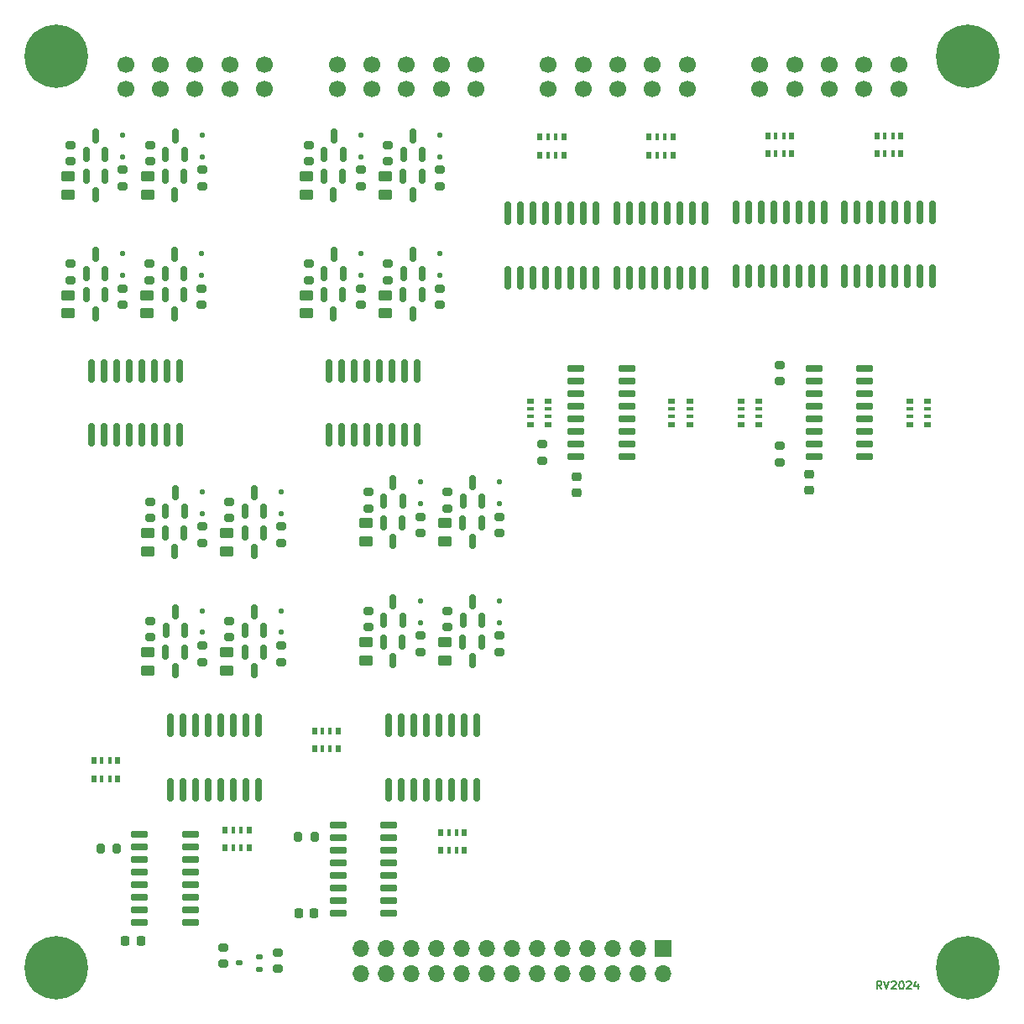
<source format=gts>
G04 #@! TF.GenerationSoftware,KiCad,Pcbnew,8.0.5*
G04 #@! TF.CreationDate,2024-09-25T12:15:56+03:00*
G04 #@! TF.ProjectId,rioctrl-shiftio,72696f63-7472-46c2-9d73-68696674696f,rev?*
G04 #@! TF.SameCoordinates,Original*
G04 #@! TF.FileFunction,Soldermask,Top*
G04 #@! TF.FilePolarity,Negative*
%FSLAX46Y46*%
G04 Gerber Fmt 4.6, Leading zero omitted, Abs format (unit mm)*
G04 Created by KiCad (PCBNEW 8.0.5) date 2024-09-25 12:15:56*
%MOMM*%
%LPD*%
G01*
G04 APERTURE LIST*
G04 Aperture macros list*
%AMRoundRect*
0 Rectangle with rounded corners*
0 $1 Rounding radius*
0 $2 $3 $4 $5 $6 $7 $8 $9 X,Y pos of 4 corners*
0 Add a 4 corners polygon primitive as box body*
4,1,4,$2,$3,$4,$5,$6,$7,$8,$9,$2,$3,0*
0 Add four circle primitives for the rounded corners*
1,1,$1+$1,$2,$3*
1,1,$1+$1,$4,$5*
1,1,$1+$1,$6,$7*
1,1,$1+$1,$8,$9*
0 Add four rect primitives between the rounded corners*
20,1,$1+$1,$2,$3,$4,$5,0*
20,1,$1+$1,$4,$5,$6,$7,0*
20,1,$1+$1,$6,$7,$8,$9,0*
20,1,$1+$1,$8,$9,$2,$3,0*%
G04 Aperture macros list end*
%ADD10C,0.200000*%
%ADD11RoundRect,0.150000X0.150000X-0.587500X0.150000X0.587500X-0.150000X0.587500X-0.150000X-0.587500X0*%
%ADD12RoundRect,0.200000X-0.275000X0.200000X-0.275000X-0.200000X0.275000X-0.200000X0.275000X0.200000X0*%
%ADD13RoundRect,0.150000X-0.150000X0.587500X-0.150000X-0.587500X0.150000X-0.587500X0.150000X0.587500X0*%
%ADD14RoundRect,0.125000X-0.125000X0.125000X-0.125000X-0.125000X0.125000X-0.125000X0.125000X0.125000X0*%
%ADD15RoundRect,0.150000X0.725000X0.150000X-0.725000X0.150000X-0.725000X-0.150000X0.725000X-0.150000X0*%
%ADD16RoundRect,0.200000X0.275000X-0.200000X0.275000X0.200000X-0.275000X0.200000X-0.275000X-0.200000X0*%
%ADD17RoundRect,0.250000X-0.450000X0.262500X-0.450000X-0.262500X0.450000X-0.262500X0.450000X0.262500X0*%
%ADD18R,0.800000X0.500000*%
%ADD19R,0.800000X0.400000*%
%ADD20RoundRect,0.150000X-0.150000X1.050000X-0.150000X-1.050000X0.150000X-1.050000X0.150000X1.050000X0*%
%ADD21RoundRect,0.225000X-0.250000X0.225000X-0.250000X-0.225000X0.250000X-0.225000X0.250000X0.225000X0*%
%ADD22RoundRect,0.225000X0.225000X0.250000X-0.225000X0.250000X-0.225000X-0.250000X0.225000X-0.250000X0*%
%ADD23R,0.500000X0.800000*%
%ADD24R,0.400000X0.800000*%
%ADD25RoundRect,0.150000X0.150000X-1.050000X0.150000X1.050000X-0.150000X1.050000X-0.150000X-1.050000X0*%
%ADD26R,1.700000X1.700000*%
%ADD27O,1.700000X1.700000*%
%ADD28C,1.700000*%
%ADD29C,0.800000*%
%ADD30C,6.400000*%
%ADD31RoundRect,0.200000X-0.200000X-0.275000X0.200000X-0.275000X0.200000X0.275000X-0.200000X0.275000X0*%
%ADD32RoundRect,0.112500X0.237500X-0.112500X0.237500X0.112500X-0.237500X0.112500X-0.237500X-0.112500X0*%
G04 APERTURE END LIST*
D10*
X237279197Y-148141695D02*
X237012530Y-147760742D01*
X236822054Y-148141695D02*
X236822054Y-147341695D01*
X236822054Y-147341695D02*
X237126816Y-147341695D01*
X237126816Y-147341695D02*
X237203006Y-147379790D01*
X237203006Y-147379790D02*
X237241101Y-147417885D01*
X237241101Y-147417885D02*
X237279197Y-147494076D01*
X237279197Y-147494076D02*
X237279197Y-147608361D01*
X237279197Y-147608361D02*
X237241101Y-147684552D01*
X237241101Y-147684552D02*
X237203006Y-147722647D01*
X237203006Y-147722647D02*
X237126816Y-147760742D01*
X237126816Y-147760742D02*
X236822054Y-147760742D01*
X237507768Y-147341695D02*
X237774435Y-148141695D01*
X237774435Y-148141695D02*
X238041101Y-147341695D01*
X238269672Y-147417885D02*
X238307768Y-147379790D01*
X238307768Y-147379790D02*
X238383958Y-147341695D01*
X238383958Y-147341695D02*
X238574434Y-147341695D01*
X238574434Y-147341695D02*
X238650625Y-147379790D01*
X238650625Y-147379790D02*
X238688720Y-147417885D01*
X238688720Y-147417885D02*
X238726815Y-147494076D01*
X238726815Y-147494076D02*
X238726815Y-147570266D01*
X238726815Y-147570266D02*
X238688720Y-147684552D01*
X238688720Y-147684552D02*
X238231577Y-148141695D01*
X238231577Y-148141695D02*
X238726815Y-148141695D01*
X239222054Y-147341695D02*
X239298244Y-147341695D01*
X239298244Y-147341695D02*
X239374435Y-147379790D01*
X239374435Y-147379790D02*
X239412530Y-147417885D01*
X239412530Y-147417885D02*
X239450625Y-147494076D01*
X239450625Y-147494076D02*
X239488720Y-147646457D01*
X239488720Y-147646457D02*
X239488720Y-147836933D01*
X239488720Y-147836933D02*
X239450625Y-147989314D01*
X239450625Y-147989314D02*
X239412530Y-148065504D01*
X239412530Y-148065504D02*
X239374435Y-148103600D01*
X239374435Y-148103600D02*
X239298244Y-148141695D01*
X239298244Y-148141695D02*
X239222054Y-148141695D01*
X239222054Y-148141695D02*
X239145863Y-148103600D01*
X239145863Y-148103600D02*
X239107768Y-148065504D01*
X239107768Y-148065504D02*
X239069673Y-147989314D01*
X239069673Y-147989314D02*
X239031577Y-147836933D01*
X239031577Y-147836933D02*
X239031577Y-147646457D01*
X239031577Y-147646457D02*
X239069673Y-147494076D01*
X239069673Y-147494076D02*
X239107768Y-147417885D01*
X239107768Y-147417885D02*
X239145863Y-147379790D01*
X239145863Y-147379790D02*
X239222054Y-147341695D01*
X239793482Y-147417885D02*
X239831578Y-147379790D01*
X239831578Y-147379790D02*
X239907768Y-147341695D01*
X239907768Y-147341695D02*
X240098244Y-147341695D01*
X240098244Y-147341695D02*
X240174435Y-147379790D01*
X240174435Y-147379790D02*
X240212530Y-147417885D01*
X240212530Y-147417885D02*
X240250625Y-147494076D01*
X240250625Y-147494076D02*
X240250625Y-147570266D01*
X240250625Y-147570266D02*
X240212530Y-147684552D01*
X240212530Y-147684552D02*
X239755387Y-148141695D01*
X239755387Y-148141695D02*
X240250625Y-148141695D01*
X240936340Y-147608361D02*
X240936340Y-148141695D01*
X240745864Y-147303600D02*
X240555387Y-147875028D01*
X240555387Y-147875028D02*
X241050626Y-147875028D01*
D11*
G04 #@! TO.C,Q25*
X181050000Y-63937500D03*
X182950000Y-63937500D03*
X182000000Y-62062500D03*
G04 #@! TD*
D12*
G04 #@! TO.C,R54*
X227000000Y-93350000D03*
X227000000Y-95000000D03*
G04 #@! TD*
D13*
G04 #@! TO.C,Q28*
X196920000Y-113125000D03*
X195020000Y-113125000D03*
X195970000Y-115000000D03*
G04 #@! TD*
D14*
G04 #@! TO.C,D6*
X176720000Y-109962500D03*
X176720000Y-112162500D03*
G04 #@! TD*
D15*
G04 #@! TO.C,U1*
X167575000Y-141445000D03*
X167575000Y-140175000D03*
X167575000Y-138905000D03*
X167575000Y-137635000D03*
X167575000Y-136365000D03*
X167575000Y-135095000D03*
X167575000Y-133825000D03*
X167575000Y-132555000D03*
X162425000Y-132555000D03*
X162425000Y-133825000D03*
X162425000Y-135095000D03*
X162425000Y-136365000D03*
X162425000Y-137635000D03*
X162425000Y-138905000D03*
X162425000Y-140175000D03*
X162425000Y-141445000D03*
G04 #@! TD*
D16*
G04 #@! TO.C,R11*
X155470000Y-76637500D03*
X155470000Y-74987500D03*
G04 #@! TD*
D12*
G04 #@! TO.C,R2*
X170850000Y-143925000D03*
X170850000Y-145575000D03*
G04 #@! TD*
D16*
G04 #@! TO.C,R14*
X163440000Y-76637500D03*
X163440000Y-74987500D03*
G04 #@! TD*
D11*
G04 #@! TO.C,Q5*
X165050000Y-63937500D03*
X166950000Y-63937500D03*
X166000000Y-62062500D03*
G04 #@! TD*
D16*
G04 #@! TO.C,R35*
X179470000Y-76637500D03*
X179470000Y-74987500D03*
G04 #@! TD*
D11*
G04 #@! TO.C,Q31*
X187050000Y-110937500D03*
X188950000Y-110937500D03*
X188000000Y-109062500D03*
G04 #@! TD*
G04 #@! TO.C,Q23*
X181050000Y-75937500D03*
X182950000Y-75937500D03*
X182000000Y-74062500D03*
G04 #@! TD*
D17*
G04 #@! TO.C,R22*
X171220000Y-114150000D03*
X171220000Y-115975000D03*
G04 #@! TD*
D13*
G04 #@! TO.C,Q4*
X166920000Y-66125000D03*
X165020000Y-66125000D03*
X165970000Y-68000000D03*
G04 #@! TD*
D14*
G04 #@! TO.C,D4*
X168690000Y-73962500D03*
X168690000Y-76162500D03*
G04 #@! TD*
D13*
G04 #@! TO.C,Q6*
X158920000Y-78125000D03*
X157020000Y-78125000D03*
X157970000Y-80000000D03*
G04 #@! TD*
D16*
G04 #@! TO.C,R41*
X193470000Y-99637500D03*
X193470000Y-97987500D03*
G04 #@! TD*
D18*
G04 #@! TO.C,RN7*
X217900000Y-91200000D03*
D19*
X217900000Y-90400000D03*
X217900000Y-89600000D03*
D18*
X217900000Y-88800000D03*
X216100000Y-88800000D03*
D19*
X216100000Y-89600000D03*
X216100000Y-90400000D03*
D18*
X216100000Y-91200000D03*
G04 #@! TD*
D14*
G04 #@! TO.C,D15*
X190720000Y-108962500D03*
X190720000Y-111162500D03*
G04 #@! TD*
D15*
G04 #@! TO.C,U8*
X235575000Y-94445000D03*
X235575000Y-93175000D03*
X235575000Y-91905000D03*
X235575000Y-90635000D03*
X235575000Y-89365000D03*
X235575000Y-88095000D03*
X235575000Y-86825000D03*
X235575000Y-85555000D03*
X230425000Y-85555000D03*
X230425000Y-86825000D03*
X230425000Y-88095000D03*
X230425000Y-89365000D03*
X230425000Y-90635000D03*
X230425000Y-91905000D03*
X230425000Y-93175000D03*
X230425000Y-94445000D03*
G04 #@! TD*
D11*
G04 #@! TO.C,Q9*
X165020000Y-75937500D03*
X166920000Y-75937500D03*
X165970000Y-74062500D03*
G04 #@! TD*
D14*
G04 #@! TO.C,D3*
X160720000Y-73962500D03*
X160720000Y-76162500D03*
G04 #@! TD*
D13*
G04 #@! TO.C,Q18*
X190920000Y-66125000D03*
X189020000Y-66125000D03*
X189970000Y-68000000D03*
G04 #@! TD*
D11*
G04 #@! TO.C,Q11*
X165080000Y-111937500D03*
X166980000Y-111937500D03*
X166030000Y-110062500D03*
G04 #@! TD*
D17*
G04 #@! TO.C,R7*
X155220000Y-66150000D03*
X155220000Y-67975000D03*
G04 #@! TD*
D12*
G04 #@! TO.C,R53*
X203000000Y-93175000D03*
X203000000Y-94825000D03*
G04 #@! TD*
D20*
G04 #@! TO.C,U11*
X231445000Y-69750000D03*
X230175000Y-69750000D03*
X228905000Y-69750000D03*
X227635000Y-69750000D03*
X226365000Y-69750000D03*
X225095000Y-69750000D03*
X223825000Y-69750000D03*
X222555000Y-69750000D03*
X222555000Y-76250000D03*
X223825000Y-76250000D03*
X225095000Y-76250000D03*
X226365000Y-76250000D03*
X227635000Y-76250000D03*
X228905000Y-76250000D03*
X230175000Y-76250000D03*
X231445000Y-76250000D03*
G04 #@! TD*
D16*
G04 #@! TO.C,R24*
X168720001Y-103137500D03*
X168720001Y-101487500D03*
G04 #@! TD*
D20*
G04 #@! TO.C,U9*
X208445000Y-69850000D03*
X207175000Y-69850000D03*
X205905000Y-69850000D03*
X204635000Y-69850000D03*
X203365000Y-69850000D03*
X202095000Y-69850000D03*
X200825000Y-69850000D03*
X199555000Y-69850000D03*
X199555000Y-76350000D03*
X200825000Y-76350000D03*
X202095000Y-76350000D03*
X203365000Y-76350000D03*
X204635000Y-76350000D03*
X205905000Y-76350000D03*
X207175000Y-76350000D03*
X208445000Y-76350000D03*
G04 #@! TD*
D21*
G04 #@! TO.C,C4*
X206500000Y-96475000D03*
X206500000Y-98025000D03*
G04 #@! TD*
D22*
G04 #@! TO.C,C2*
X162525000Y-143250000D03*
X160975000Y-143250000D03*
G04 #@! TD*
D16*
G04 #@! TO.C,R47*
X185470000Y-111637500D03*
X185470000Y-109987500D03*
G04 #@! TD*
D14*
G04 #@! TO.C,D1*
X160720000Y-61962500D03*
X160720000Y-64162500D03*
G04 #@! TD*
D23*
G04 #@! TO.C,RN6*
X202800000Y-64000000D03*
D24*
X203600000Y-64000000D03*
X204400000Y-64000000D03*
D23*
X205200000Y-64000000D03*
X205200000Y-62200000D03*
D24*
X204400000Y-62200000D03*
X203600000Y-62200000D03*
D23*
X202800000Y-62200000D03*
G04 #@! TD*
D25*
G04 #@! TO.C,U4*
X165555000Y-128000000D03*
X166825000Y-128000000D03*
X168095000Y-128000000D03*
X169365000Y-128000000D03*
X170635000Y-128000000D03*
X171905000Y-128000000D03*
X173175000Y-128000000D03*
X174445000Y-128000000D03*
X174445000Y-121500000D03*
X173175000Y-121500000D03*
X171905000Y-121500000D03*
X170635000Y-121500000D03*
X169365000Y-121500000D03*
X168095000Y-121500000D03*
X166825000Y-121500000D03*
X165555000Y-121500000D03*
G04 #@! TD*
D23*
G04 #@! TO.C,RN8*
X213800000Y-64000000D03*
D24*
X214600000Y-64000000D03*
X215400000Y-64000000D03*
D23*
X216200000Y-64000000D03*
X216200000Y-62200000D03*
D24*
X215400000Y-62200000D03*
X214600000Y-62200000D03*
D23*
X213800000Y-62200000D03*
G04 #@! TD*
D16*
G04 #@! TO.C,R39*
X184720000Y-67137500D03*
X184720000Y-65487500D03*
G04 #@! TD*
D22*
G04 #@! TO.C,C1*
X180025000Y-140500000D03*
X178475000Y-140500000D03*
G04 #@! TD*
D16*
G04 #@! TO.C,R17*
X163500000Y-112637500D03*
X163500000Y-110987500D03*
G04 #@! TD*
D13*
G04 #@! TO.C,Q22*
X182920000Y-78125000D03*
X181020000Y-78125000D03*
X181970000Y-80000000D03*
G04 #@! TD*
D16*
G04 #@! TO.C,R30*
X192720000Y-67137500D03*
X192720000Y-65487500D03*
G04 #@! TD*
D13*
G04 #@! TO.C,Q12*
X174920000Y-114125000D03*
X173020000Y-114125000D03*
X173970000Y-116000000D03*
G04 #@! TD*
D16*
G04 #@! TO.C,R12*
X160720000Y-79137500D03*
X160720000Y-77487500D03*
G04 #@! TD*
D13*
G04 #@! TO.C,Q10*
X166950000Y-114125000D03*
X165050000Y-114125000D03*
X166000000Y-116000000D03*
G04 #@! TD*
G04 #@! TO.C,Q30*
X188920000Y-113125000D03*
X187020000Y-113125000D03*
X187970000Y-115000000D03*
G04 #@! TD*
D17*
G04 #@! TO.C,R28*
X171220000Y-102150000D03*
X171220000Y-103975000D03*
G04 #@! TD*
D13*
G04 #@! TO.C,Q24*
X182920000Y-66125000D03*
X181020000Y-66125000D03*
X181970000Y-68000000D03*
G04 #@! TD*
D17*
G04 #@! TO.C,R34*
X187220000Y-78150000D03*
X187220000Y-79975000D03*
G04 #@! TD*
D16*
G04 #@! TO.C,R45*
X198720000Y-114137500D03*
X198720000Y-112487500D03*
G04 #@! TD*
D17*
G04 #@! TO.C,R37*
X179220000Y-78150000D03*
X179220000Y-79975000D03*
G04 #@! TD*
D13*
G04 #@! TO.C,Q16*
X174920000Y-102125000D03*
X173020000Y-102125000D03*
X173970000Y-104000000D03*
G04 #@! TD*
D23*
G04 #@! TO.C,RN4*
X192800000Y-134150000D03*
D24*
X193600000Y-134150000D03*
X194400000Y-134150000D03*
D23*
X195200000Y-134150000D03*
X195200000Y-132350000D03*
D24*
X194400000Y-132350000D03*
X193600000Y-132350000D03*
D23*
X192800000Y-132350000D03*
G04 #@! TD*
D16*
G04 #@! TO.C,R33*
X192720000Y-79137500D03*
X192720000Y-77487500D03*
G04 #@! TD*
D14*
G04 #@! TO.C,D9*
X192720000Y-61962500D03*
X192720000Y-64162500D03*
G04 #@! TD*
D15*
G04 #@! TO.C,U2*
X187575000Y-140445000D03*
X187575000Y-139175000D03*
X187575000Y-137905000D03*
X187575000Y-136635000D03*
X187575000Y-135365000D03*
X187575000Y-134095000D03*
X187575000Y-132825000D03*
X187575000Y-131555000D03*
X182425000Y-131555000D03*
X182425000Y-132825000D03*
X182425000Y-134095000D03*
X182425000Y-135365000D03*
X182425000Y-136635000D03*
X182425000Y-137905000D03*
X182425000Y-139175000D03*
X182425000Y-140445000D03*
G04 #@! TD*
D16*
G04 #@! TO.C,R38*
X179470000Y-64637500D03*
X179470000Y-62987500D03*
G04 #@! TD*
D25*
G04 #@! TO.C,U6*
X187555000Y-128000000D03*
X188825000Y-128000000D03*
X190095000Y-128000000D03*
X191365000Y-128000000D03*
X192635000Y-128000000D03*
X193905000Y-128000000D03*
X195175000Y-128000000D03*
X196445000Y-128000000D03*
X196445000Y-121500000D03*
X195175000Y-121500000D03*
X193905000Y-121500000D03*
X192635000Y-121500000D03*
X191365000Y-121500000D03*
X190095000Y-121500000D03*
X188825000Y-121500000D03*
X187555000Y-121500000D03*
G04 #@! TD*
D17*
G04 #@! TO.C,R52*
X185220000Y-101150000D03*
X185220000Y-102975000D03*
G04 #@! TD*
D16*
G04 #@! TO.C,R18*
X168750000Y-115137500D03*
X168750000Y-113487500D03*
G04 #@! TD*
D18*
G04 #@! TO.C,RN9*
X223100000Y-88800000D03*
D19*
X223100000Y-89600000D03*
X223100000Y-90400000D03*
D18*
X223100000Y-91200000D03*
X224900000Y-91200000D03*
D19*
X224900000Y-90400000D03*
X224900000Y-89600000D03*
D18*
X224900000Y-88800000D03*
G04 #@! TD*
D16*
G04 #@! TO.C,R9*
X168720000Y-67137500D03*
X168720000Y-65487500D03*
G04 #@! TD*
D17*
G04 #@! TO.C,R40*
X179220000Y-66150000D03*
X179220000Y-67975000D03*
G04 #@! TD*
D11*
G04 #@! TO.C,Q33*
X187050000Y-98937500D03*
X188950000Y-98937500D03*
X188000000Y-97062500D03*
G04 #@! TD*
D16*
G04 #@! TO.C,R29*
X187470000Y-64637500D03*
X187470000Y-62987500D03*
G04 #@! TD*
D23*
G04 #@! TO.C,RN3*
X180050000Y-123900000D03*
D24*
X180850000Y-123900000D03*
X181650000Y-123900000D03*
D23*
X182450000Y-123900000D03*
X182450000Y-122100000D03*
D24*
X181650000Y-122100000D03*
X180850000Y-122100000D03*
D23*
X180050000Y-122100000D03*
G04 #@! TD*
D11*
G04 #@! TO.C,Q27*
X195050000Y-98937500D03*
X196950000Y-98937500D03*
X196000000Y-97062500D03*
G04 #@! TD*
D26*
G04 #@! TO.C,J1*
X215240000Y-144000000D03*
D27*
X215240000Y-146540000D03*
X212700000Y-144000000D03*
X212700000Y-146540000D03*
X210160000Y-144000000D03*
X210160000Y-146540000D03*
X207620000Y-144000000D03*
X207620000Y-146540000D03*
X205080000Y-144000000D03*
X205080000Y-146540000D03*
X202540000Y-144000000D03*
X202540000Y-146540000D03*
X200000000Y-144000000D03*
X200000000Y-146540000D03*
X197460000Y-144000000D03*
X197460000Y-146540000D03*
X194920000Y-144000000D03*
X194920000Y-146540000D03*
X192380000Y-144000000D03*
X192380000Y-146540000D03*
X189840000Y-144000000D03*
X189840000Y-146540000D03*
X187300000Y-144000000D03*
X187300000Y-146540000D03*
X184760000Y-144000000D03*
X184760000Y-146540000D03*
G04 #@! TD*
D17*
G04 #@! TO.C,R49*
X185220000Y-113150000D03*
X185220000Y-114975000D03*
G04 #@! TD*
G04 #@! TO.C,R19*
X163250000Y-114150000D03*
X163250000Y-115975000D03*
G04 #@! TD*
D11*
G04 #@! TO.C,Q13*
X173050000Y-111937500D03*
X174950000Y-111937500D03*
X174000000Y-110062500D03*
G04 #@! TD*
D16*
G04 #@! TO.C,R15*
X168690000Y-79137500D03*
X168690000Y-77487500D03*
G04 #@! TD*
G04 #@! TO.C,R27*
X176720000Y-103137500D03*
X176720000Y-101487500D03*
G04 #@! TD*
D18*
G04 #@! TO.C,RN11*
X241900000Y-91200000D03*
D19*
X241900000Y-90400000D03*
X241900000Y-89600000D03*
D18*
X241900000Y-88800000D03*
X240100000Y-88800000D03*
D19*
X240100000Y-89600000D03*
X240100000Y-90400000D03*
D18*
X240100000Y-91200000D03*
G04 #@! TD*
D16*
G04 #@! TO.C,R36*
X184720000Y-79137500D03*
X184720000Y-77487500D03*
G04 #@! TD*
D14*
G04 #@! TO.C,D11*
X184720000Y-73962500D03*
X184720000Y-76162500D03*
G04 #@! TD*
D16*
G04 #@! TO.C,R50*
X185470000Y-99637500D03*
X185470000Y-97987500D03*
G04 #@! TD*
D28*
G04 #@! TO.C,J3*
X196333333Y-57350000D03*
X196333333Y-54850000D03*
X192833333Y-57350000D03*
X192833333Y-54850000D03*
X189333333Y-57350000D03*
X189333333Y-54850000D03*
X185833333Y-57350000D03*
X185833333Y-54850000D03*
X182333333Y-57350000D03*
X182333333Y-54850000D03*
G04 #@! TD*
D23*
G04 #@! TO.C,RN2*
X171050000Y-133900000D03*
D24*
X171850000Y-133900000D03*
X172650000Y-133900000D03*
D23*
X173450000Y-133900000D03*
X173450000Y-132100000D03*
D24*
X172650000Y-132100000D03*
X171850000Y-132100000D03*
D23*
X171050000Y-132100000D03*
G04 #@! TD*
D25*
G04 #@! TO.C,U3*
X157555000Y-92250000D03*
X158825000Y-92250000D03*
X160095000Y-92250000D03*
X161365000Y-92250000D03*
X162635000Y-92250000D03*
X163905000Y-92250000D03*
X165175000Y-92250000D03*
X166445000Y-92250000D03*
X166445000Y-85750000D03*
X165175000Y-85750000D03*
X163905000Y-85750000D03*
X162635000Y-85750000D03*
X161365000Y-85750000D03*
X160095000Y-85750000D03*
X158825000Y-85750000D03*
X157555000Y-85750000D03*
G04 #@! TD*
D11*
G04 #@! TO.C,Q17*
X173050000Y-99937500D03*
X174950000Y-99937500D03*
X174000000Y-98062500D03*
G04 #@! TD*
D17*
G04 #@! TO.C,R31*
X187220000Y-66150000D03*
X187220000Y-67975000D03*
G04 #@! TD*
G04 #@! TO.C,R10*
X163220000Y-66150000D03*
X163220000Y-67975000D03*
G04 #@! TD*
D16*
G04 #@! TO.C,R26*
X171470000Y-100637500D03*
X171470000Y-98987500D03*
G04 #@! TD*
D20*
G04 #@! TO.C,U10*
X219445000Y-69850000D03*
X218175000Y-69850000D03*
X216905000Y-69850000D03*
X215635000Y-69850000D03*
X214365000Y-69850000D03*
X213095000Y-69850000D03*
X211825000Y-69850000D03*
X210555000Y-69850000D03*
X210555000Y-76350000D03*
X211825000Y-76350000D03*
X213095000Y-76350000D03*
X214365000Y-76350000D03*
X215635000Y-76350000D03*
X216905000Y-76350000D03*
X218175000Y-76350000D03*
X219445000Y-76350000D03*
G04 #@! TD*
D28*
G04 #@! TO.C,J2*
X175000000Y-57350000D03*
X175000000Y-54850000D03*
X171500000Y-57350000D03*
X171500000Y-54850000D03*
X168000000Y-57350000D03*
X168000000Y-54850000D03*
X164500000Y-57350000D03*
X164500000Y-54850000D03*
X161000000Y-57350000D03*
X161000000Y-54850000D03*
G04 #@! TD*
D16*
G04 #@! TO.C,R32*
X187470000Y-76637500D03*
X187470000Y-74987500D03*
G04 #@! TD*
D11*
G04 #@! TO.C,Q7*
X157050000Y-75937500D03*
X158950000Y-75937500D03*
X158000000Y-74062500D03*
G04 #@! TD*
D14*
G04 #@! TO.C,D8*
X176720000Y-97962500D03*
X176720000Y-100162500D03*
G04 #@! TD*
D29*
G04 #@! TO.C,H1*
X151600000Y-54000000D03*
X152302944Y-52302944D03*
X152302944Y-55697056D03*
X154000000Y-51600000D03*
D30*
X154000000Y-54000000D03*
D29*
X154000000Y-56400000D03*
X155697056Y-52302944D03*
X155697056Y-55697056D03*
X156400000Y-54000000D03*
G04 #@! TD*
D16*
G04 #@! TO.C,R51*
X190720000Y-102137500D03*
X190720000Y-100487500D03*
G04 #@! TD*
D11*
G04 #@! TO.C,Q29*
X195050000Y-110937500D03*
X196950000Y-110937500D03*
X196000000Y-109062500D03*
G04 #@! TD*
D15*
G04 #@! TO.C,U7*
X211575000Y-94445000D03*
X211575000Y-93175000D03*
X211575000Y-91905000D03*
X211575000Y-90635000D03*
X211575000Y-89365000D03*
X211575000Y-88095000D03*
X211575000Y-86825000D03*
X211575000Y-85555000D03*
X206425000Y-85555000D03*
X206425000Y-86825000D03*
X206425000Y-88095000D03*
X206425000Y-89365000D03*
X206425000Y-90635000D03*
X206425000Y-91905000D03*
X206425000Y-93175000D03*
X206425000Y-94445000D03*
G04 #@! TD*
D14*
G04 #@! TO.C,D14*
X198720000Y-108962500D03*
X198720000Y-111162500D03*
G04 #@! TD*
D16*
G04 #@! TO.C,R23*
X163470001Y-100637501D03*
X163470001Y-98987501D03*
G04 #@! TD*
G04 #@! TO.C,R20*
X171470000Y-112637500D03*
X171470000Y-110987500D03*
G04 #@! TD*
D25*
G04 #@! TO.C,U5*
X181555000Y-92250000D03*
X182825000Y-92250000D03*
X184095000Y-92250000D03*
X185365000Y-92250000D03*
X186635000Y-92250000D03*
X187905000Y-92250000D03*
X189175000Y-92250000D03*
X190445000Y-92250000D03*
X190445000Y-85750000D03*
X189175000Y-85750000D03*
X187905000Y-85750000D03*
X186635000Y-85750000D03*
X185365000Y-85750000D03*
X184095000Y-85750000D03*
X182825000Y-85750000D03*
X181555000Y-85750000D03*
G04 #@! TD*
D28*
G04 #@! TO.C,J4*
X217666666Y-57350000D03*
X217666666Y-54850000D03*
X214166666Y-57350000D03*
X214166666Y-54850000D03*
X210666666Y-57350000D03*
X210666666Y-54850000D03*
X207166666Y-57350000D03*
X207166666Y-54850000D03*
X203666666Y-57350000D03*
X203666666Y-54850000D03*
G04 #@! TD*
D23*
G04 #@! TO.C,RN1*
X157800000Y-126900000D03*
D24*
X158600000Y-126900000D03*
X159400000Y-126900000D03*
D23*
X160200000Y-126900000D03*
X160200000Y-125100000D03*
D24*
X159400000Y-125100000D03*
X158600000Y-125100000D03*
D23*
X157800000Y-125100000D03*
G04 #@! TD*
D16*
G04 #@! TO.C,R5*
X155470000Y-64637500D03*
X155470000Y-62987500D03*
G04 #@! TD*
G04 #@! TO.C,R8*
X163470000Y-64637500D03*
X163470000Y-62987500D03*
G04 #@! TD*
D21*
G04 #@! TO.C,C3*
X230000000Y-96225000D03*
X230000000Y-97775000D03*
G04 #@! TD*
D14*
G04 #@! TO.C,D7*
X168720000Y-97962500D03*
X168720000Y-100162500D03*
G04 #@! TD*
D13*
G04 #@! TO.C,Q20*
X190920000Y-78125000D03*
X189020000Y-78125000D03*
X189970000Y-80000000D03*
G04 #@! TD*
D17*
G04 #@! TO.C,R43*
X193220000Y-101150000D03*
X193220000Y-102975000D03*
G04 #@! TD*
D29*
G04 #@! TO.C,H3*
X151600000Y-146000000D03*
X152302944Y-144302944D03*
X152302944Y-147697056D03*
X154000000Y-143600000D03*
D30*
X154000000Y-146000000D03*
D29*
X154000000Y-148400000D03*
X155697056Y-144302944D03*
X155697056Y-147697056D03*
X156400000Y-146000000D03*
G04 #@! TD*
D11*
G04 #@! TO.C,Q19*
X189050000Y-63937500D03*
X190950000Y-63937500D03*
X190000000Y-62062500D03*
G04 #@! TD*
D13*
G04 #@! TO.C,Q2*
X158920000Y-66125000D03*
X157020000Y-66125000D03*
X157970000Y-68000000D03*
G04 #@! TD*
D17*
G04 #@! TO.C,R46*
X193220000Y-113150000D03*
X193220000Y-114975000D03*
G04 #@! TD*
D23*
G04 #@! TO.C,RN10*
X225800000Y-63900000D03*
D24*
X226600000Y-63900000D03*
X227400000Y-63900000D03*
D23*
X228200000Y-63900000D03*
X228200000Y-62100000D03*
D24*
X227400000Y-62100000D03*
X226600000Y-62100000D03*
D23*
X225800000Y-62100000D03*
G04 #@! TD*
D14*
G04 #@! TO.C,D16*
X190720000Y-96962500D03*
X190720000Y-99162500D03*
G04 #@! TD*
G04 #@! TO.C,D5*
X168750000Y-109962500D03*
X168750000Y-112162500D03*
G04 #@! TD*
D13*
G04 #@! TO.C,Q32*
X188920000Y-101125000D03*
X187020000Y-101125000D03*
X187970000Y-103000000D03*
G04 #@! TD*
D31*
G04 #@! TO.C,R4*
X178425000Y-132750000D03*
X180075000Y-132750000D03*
G04 #@! TD*
D14*
G04 #@! TO.C,D2*
X168720000Y-61962500D03*
X168720000Y-64162500D03*
G04 #@! TD*
D11*
G04 #@! TO.C,Q3*
X157050000Y-63937500D03*
X158950000Y-63937500D03*
X158000000Y-62062500D03*
G04 #@! TD*
D32*
G04 #@! TO.C,Q1*
X174500000Y-146150000D03*
X174500000Y-144850000D03*
X172500000Y-145500000D03*
G04 #@! TD*
D20*
G04 #@! TO.C,U12*
X242445000Y-69750000D03*
X241175000Y-69750000D03*
X239905000Y-69750000D03*
X238635000Y-69750000D03*
X237365000Y-69750000D03*
X236095000Y-69750000D03*
X234825000Y-69750000D03*
X233555000Y-69750000D03*
X233555000Y-76250000D03*
X234825000Y-76250000D03*
X236095000Y-76250000D03*
X237365000Y-76250000D03*
X238635000Y-76250000D03*
X239905000Y-76250000D03*
X241175000Y-76250000D03*
X242445000Y-76250000D03*
G04 #@! TD*
D18*
G04 #@! TO.C,RN5*
X201850000Y-88800000D03*
D19*
X201850000Y-89600000D03*
X201850000Y-90400000D03*
D18*
X201850000Y-91200000D03*
X203650000Y-91200000D03*
D19*
X203650000Y-90400000D03*
X203650000Y-89600000D03*
D18*
X203650000Y-88800000D03*
G04 #@! TD*
D17*
G04 #@! TO.C,R13*
X155220000Y-78150000D03*
X155220000Y-79975000D03*
G04 #@! TD*
D28*
G04 #@! TO.C,J5*
X239000000Y-57350000D03*
X239000000Y-54850000D03*
X235500000Y-57350000D03*
X235500000Y-54850000D03*
X232000000Y-57350000D03*
X232000000Y-54850000D03*
X228500000Y-57350000D03*
X228500000Y-54850000D03*
X225000000Y-57350000D03*
X225000000Y-54850000D03*
G04 #@! TD*
D29*
G04 #@! TO.C,H2*
X243600000Y-54000000D03*
X244302944Y-52302944D03*
X244302944Y-55697056D03*
X246000000Y-51600000D03*
D30*
X246000000Y-54000000D03*
D29*
X246000000Y-56400000D03*
X247697056Y-52302944D03*
X247697056Y-55697056D03*
X248400000Y-54000000D03*
G04 #@! TD*
D13*
G04 #@! TO.C,Q8*
X166890000Y-78125000D03*
X164990000Y-78125000D03*
X165940000Y-80000000D03*
G04 #@! TD*
D11*
G04 #@! TO.C,Q21*
X189050000Y-75937500D03*
X190950000Y-75937500D03*
X190000000Y-74062500D03*
G04 #@! TD*
D16*
G04 #@! TO.C,R44*
X193470000Y-111637500D03*
X193470000Y-109987500D03*
G04 #@! TD*
G04 #@! TO.C,R48*
X190720000Y-114137500D03*
X190720000Y-112487500D03*
G04 #@! TD*
D13*
G04 #@! TO.C,Q14*
X166920001Y-102125000D03*
X165020001Y-102125000D03*
X165970001Y-104000000D03*
G04 #@! TD*
D17*
G04 #@! TO.C,R25*
X163220001Y-102150000D03*
X163220001Y-103975000D03*
G04 #@! TD*
D14*
G04 #@! TO.C,D12*
X184720000Y-61962500D03*
X184720000Y-64162500D03*
G04 #@! TD*
D16*
G04 #@! TO.C,R1*
X176350000Y-146075000D03*
X176350000Y-144425000D03*
G04 #@! TD*
D23*
G04 #@! TO.C,RN12*
X236800000Y-63900000D03*
D24*
X237600000Y-63900000D03*
X238400000Y-63900000D03*
D23*
X239200000Y-63900000D03*
X239200000Y-62100000D03*
D24*
X238400000Y-62100000D03*
X237600000Y-62100000D03*
D23*
X236800000Y-62100000D03*
G04 #@! TD*
D16*
G04 #@! TO.C,R21*
X176720000Y-115137500D03*
X176720000Y-113487500D03*
G04 #@! TD*
D29*
G04 #@! TO.C,H4*
X243600000Y-146000000D03*
X244302944Y-144302944D03*
X244302944Y-147697056D03*
X246000000Y-143600000D03*
D30*
X246000000Y-146000000D03*
D29*
X246000000Y-148400000D03*
X247697056Y-144302944D03*
X247697056Y-147697056D03*
X248400000Y-146000000D03*
G04 #@! TD*
D14*
G04 #@! TO.C,D10*
X192720000Y-73962500D03*
X192720000Y-76162500D03*
G04 #@! TD*
D13*
G04 #@! TO.C,Q26*
X196920000Y-101125000D03*
X195020000Y-101125000D03*
X195970000Y-103000000D03*
G04 #@! TD*
D16*
G04 #@! TO.C,R55*
X227000000Y-86825000D03*
X227000000Y-85175000D03*
G04 #@! TD*
D14*
G04 #@! TO.C,D13*
X198720000Y-96962500D03*
X198720000Y-99162500D03*
G04 #@! TD*
D31*
G04 #@! TO.C,R3*
X158500000Y-134000000D03*
X160150000Y-134000000D03*
G04 #@! TD*
D16*
G04 #@! TO.C,R6*
X160720000Y-67137500D03*
X160720000Y-65487500D03*
G04 #@! TD*
D11*
G04 #@! TO.C,Q15*
X165050000Y-99937500D03*
X166950000Y-99937500D03*
X166000000Y-98062500D03*
G04 #@! TD*
D17*
G04 #@! TO.C,R16*
X163190000Y-78150000D03*
X163190000Y-79975000D03*
G04 #@! TD*
D16*
G04 #@! TO.C,R42*
X198720000Y-102137500D03*
X198720000Y-100487500D03*
G04 #@! TD*
M02*

</source>
